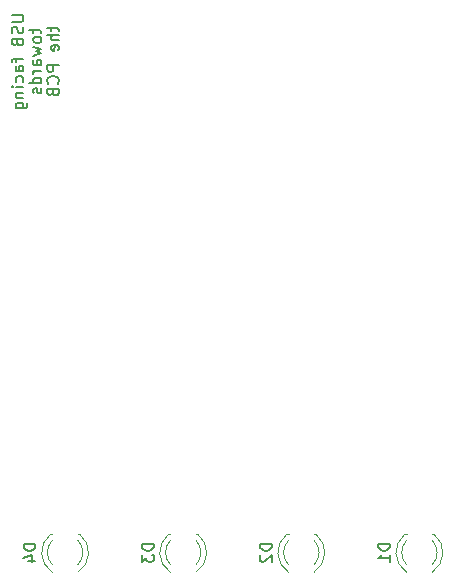
<source format=gbr>
G04 #@! TF.GenerationSoftware,KiCad,Pcbnew,(5.1.6-0-10_14)*
G04 #@! TF.CreationDate,2020-06-12T13:27:27+08:00*
G04 #@! TF.ProjectId,Kinesis,4b696e65-7369-4732-9e6b-696361645f70,rev?*
G04 #@! TF.SameCoordinates,Original*
G04 #@! TF.FileFunction,Legend,Bot*
G04 #@! TF.FilePolarity,Positive*
%FSLAX46Y46*%
G04 Gerber Fmt 4.6, Leading zero omitted, Abs format (unit mm)*
G04 Created by KiCad (PCBNEW (5.1.6-0-10_14)) date 2020-06-12 13:27:27*
%MOMM*%
%LPD*%
G01*
G04 APERTURE LIST*
%ADD10C,0.120000*%
%ADD11C,0.150000*%
G04 APERTURE END LIST*
D10*
X133764000Y-113060000D02*
X133920000Y-113060000D01*
X136080000Y-113060000D02*
X136236000Y-113060000D01*
X136079837Y-115661130D02*
G75*
G03*
X136080000Y-113579039I-1079837J1041130D01*
G01*
X133920163Y-115661130D02*
G75*
G02*
X133920000Y-113579039I1079837J1041130D01*
G01*
X136078608Y-116292335D02*
G75*
G03*
X136235516Y-113060000I-1078608J1672335D01*
G01*
X133921392Y-116292335D02*
G75*
G02*
X133764484Y-113060000I1078608J1672335D01*
G01*
X146080000Y-113060000D02*
X146236000Y-113060000D01*
X143764000Y-113060000D02*
X143920000Y-113060000D01*
X143921392Y-116292335D02*
G75*
G02*
X143764484Y-113060000I1078608J1672335D01*
G01*
X146078608Y-116292335D02*
G75*
G03*
X146235516Y-113060000I-1078608J1672335D01*
G01*
X143920163Y-115661130D02*
G75*
G02*
X143920000Y-113579039I1079837J1041130D01*
G01*
X146079837Y-115661130D02*
G75*
G03*
X146080000Y-113579039I-1079837J1041130D01*
G01*
X153764000Y-113060000D02*
X153920000Y-113060000D01*
X156080000Y-113060000D02*
X156236000Y-113060000D01*
X156079837Y-115661130D02*
G75*
G03*
X156080000Y-113579039I-1079837J1041130D01*
G01*
X153920163Y-115661130D02*
G75*
G02*
X153920000Y-113579039I1079837J1041130D01*
G01*
X156078608Y-116292335D02*
G75*
G03*
X156235516Y-113060000I-1078608J1672335D01*
G01*
X153921392Y-116292335D02*
G75*
G02*
X153764484Y-113060000I1078608J1672335D01*
G01*
X163764000Y-113060000D02*
X163920000Y-113060000D01*
X166080000Y-113060000D02*
X166236000Y-113060000D01*
X166079837Y-115661130D02*
G75*
G03*
X166080000Y-113579039I-1079837J1041130D01*
G01*
X163920163Y-115661130D02*
G75*
G02*
X163920000Y-113579039I1079837J1041130D01*
G01*
X166078608Y-116292335D02*
G75*
G03*
X166235516Y-113060000I-1078608J1672335D01*
G01*
X163921392Y-116292335D02*
G75*
G02*
X163764484Y-113060000I1078608J1672335D01*
G01*
D11*
X130472380Y-69097619D02*
X131281904Y-69097619D01*
X131377142Y-69145238D01*
X131424761Y-69192857D01*
X131472380Y-69288095D01*
X131472380Y-69478571D01*
X131424761Y-69573809D01*
X131377142Y-69621428D01*
X131281904Y-69669047D01*
X130472380Y-69669047D01*
X131424761Y-70097619D02*
X131472380Y-70240476D01*
X131472380Y-70478571D01*
X131424761Y-70573809D01*
X131377142Y-70621428D01*
X131281904Y-70669047D01*
X131186666Y-70669047D01*
X131091428Y-70621428D01*
X131043809Y-70573809D01*
X130996190Y-70478571D01*
X130948571Y-70288095D01*
X130900952Y-70192857D01*
X130853333Y-70145238D01*
X130758095Y-70097619D01*
X130662857Y-70097619D01*
X130567619Y-70145238D01*
X130520000Y-70192857D01*
X130472380Y-70288095D01*
X130472380Y-70526190D01*
X130520000Y-70669047D01*
X130948571Y-71430952D02*
X130996190Y-71573809D01*
X131043809Y-71621428D01*
X131139047Y-71669047D01*
X131281904Y-71669047D01*
X131377142Y-71621428D01*
X131424761Y-71573809D01*
X131472380Y-71478571D01*
X131472380Y-71097619D01*
X130472380Y-71097619D01*
X130472380Y-71430952D01*
X130520000Y-71526190D01*
X130567619Y-71573809D01*
X130662857Y-71621428D01*
X130758095Y-71621428D01*
X130853333Y-71573809D01*
X130900952Y-71526190D01*
X130948571Y-71430952D01*
X130948571Y-71097619D01*
X130805714Y-72716666D02*
X130805714Y-73097619D01*
X131472380Y-72859523D02*
X130615238Y-72859523D01*
X130520000Y-72907142D01*
X130472380Y-73002380D01*
X130472380Y-73097619D01*
X131472380Y-73859523D02*
X130948571Y-73859523D01*
X130853333Y-73811904D01*
X130805714Y-73716666D01*
X130805714Y-73526190D01*
X130853333Y-73430952D01*
X131424761Y-73859523D02*
X131472380Y-73764285D01*
X131472380Y-73526190D01*
X131424761Y-73430952D01*
X131329523Y-73383333D01*
X131234285Y-73383333D01*
X131139047Y-73430952D01*
X131091428Y-73526190D01*
X131091428Y-73764285D01*
X131043809Y-73859523D01*
X131424761Y-74764285D02*
X131472380Y-74669047D01*
X131472380Y-74478571D01*
X131424761Y-74383333D01*
X131377142Y-74335714D01*
X131281904Y-74288095D01*
X130996190Y-74288095D01*
X130900952Y-74335714D01*
X130853333Y-74383333D01*
X130805714Y-74478571D01*
X130805714Y-74669047D01*
X130853333Y-74764285D01*
X131472380Y-75192857D02*
X130805714Y-75192857D01*
X130472380Y-75192857D02*
X130520000Y-75145238D01*
X130567619Y-75192857D01*
X130520000Y-75240476D01*
X130472380Y-75192857D01*
X130567619Y-75192857D01*
X130805714Y-75669047D02*
X131472380Y-75669047D01*
X130900952Y-75669047D02*
X130853333Y-75716666D01*
X130805714Y-75811904D01*
X130805714Y-75954761D01*
X130853333Y-76050000D01*
X130948571Y-76097619D01*
X131472380Y-76097619D01*
X130805714Y-77002380D02*
X131615238Y-77002380D01*
X131710476Y-76954761D01*
X131758095Y-76907142D01*
X131805714Y-76811904D01*
X131805714Y-76669047D01*
X131758095Y-76573809D01*
X131424761Y-77002380D02*
X131472380Y-76907142D01*
X131472380Y-76716666D01*
X131424761Y-76621428D01*
X131377142Y-76573809D01*
X131281904Y-76526190D01*
X130996190Y-76526190D01*
X130900952Y-76573809D01*
X130853333Y-76621428D01*
X130805714Y-76716666D01*
X130805714Y-76907142D01*
X130853333Y-77002380D01*
X132305714Y-70264285D02*
X132305714Y-70645238D01*
X131972380Y-70407142D02*
X132829523Y-70407142D01*
X132924761Y-70454761D01*
X132972380Y-70550000D01*
X132972380Y-70645238D01*
X132972380Y-71121428D02*
X132924761Y-71026190D01*
X132877142Y-70978571D01*
X132781904Y-70930952D01*
X132496190Y-70930952D01*
X132400952Y-70978571D01*
X132353333Y-71026190D01*
X132305714Y-71121428D01*
X132305714Y-71264285D01*
X132353333Y-71359523D01*
X132400952Y-71407142D01*
X132496190Y-71454761D01*
X132781904Y-71454761D01*
X132877142Y-71407142D01*
X132924761Y-71359523D01*
X132972380Y-71264285D01*
X132972380Y-71121428D01*
X132305714Y-71788095D02*
X132972380Y-71978571D01*
X132496190Y-72169047D01*
X132972380Y-72359523D01*
X132305714Y-72550000D01*
X132972380Y-73359523D02*
X132448571Y-73359523D01*
X132353333Y-73311904D01*
X132305714Y-73216666D01*
X132305714Y-73026190D01*
X132353333Y-72930952D01*
X132924761Y-73359523D02*
X132972380Y-73264285D01*
X132972380Y-73026190D01*
X132924761Y-72930952D01*
X132829523Y-72883333D01*
X132734285Y-72883333D01*
X132639047Y-72930952D01*
X132591428Y-73026190D01*
X132591428Y-73264285D01*
X132543809Y-73359523D01*
X132972380Y-73835714D02*
X132305714Y-73835714D01*
X132496190Y-73835714D02*
X132400952Y-73883333D01*
X132353333Y-73930952D01*
X132305714Y-74026190D01*
X132305714Y-74121428D01*
X132972380Y-74883333D02*
X131972380Y-74883333D01*
X132924761Y-74883333D02*
X132972380Y-74788095D01*
X132972380Y-74597619D01*
X132924761Y-74502380D01*
X132877142Y-74454761D01*
X132781904Y-74407142D01*
X132496190Y-74407142D01*
X132400952Y-74454761D01*
X132353333Y-74502380D01*
X132305714Y-74597619D01*
X132305714Y-74788095D01*
X132353333Y-74883333D01*
X132924761Y-75311904D02*
X132972380Y-75407142D01*
X132972380Y-75597619D01*
X132924761Y-75692857D01*
X132829523Y-75740476D01*
X132781904Y-75740476D01*
X132686666Y-75692857D01*
X132639047Y-75597619D01*
X132639047Y-75454761D01*
X132591428Y-75359523D01*
X132496190Y-75311904D01*
X132448571Y-75311904D01*
X132353333Y-75359523D01*
X132305714Y-75454761D01*
X132305714Y-75597619D01*
X132353333Y-75692857D01*
X133805714Y-70097619D02*
X133805714Y-70478571D01*
X133472380Y-70240476D02*
X134329523Y-70240476D01*
X134424761Y-70288095D01*
X134472380Y-70383333D01*
X134472380Y-70478571D01*
X134472380Y-70811904D02*
X133472380Y-70811904D01*
X134472380Y-71240476D02*
X133948571Y-71240476D01*
X133853333Y-71192857D01*
X133805714Y-71097619D01*
X133805714Y-70954761D01*
X133853333Y-70859523D01*
X133900952Y-70811904D01*
X134424761Y-72097619D02*
X134472380Y-72002380D01*
X134472380Y-71811904D01*
X134424761Y-71716666D01*
X134329523Y-71669047D01*
X133948571Y-71669047D01*
X133853333Y-71716666D01*
X133805714Y-71811904D01*
X133805714Y-72002380D01*
X133853333Y-72097619D01*
X133948571Y-72145238D01*
X134043809Y-72145238D01*
X134139047Y-71669047D01*
X134472380Y-73335714D02*
X133472380Y-73335714D01*
X133472380Y-73716666D01*
X133520000Y-73811904D01*
X133567619Y-73859523D01*
X133662857Y-73907142D01*
X133805714Y-73907142D01*
X133900952Y-73859523D01*
X133948571Y-73811904D01*
X133996190Y-73716666D01*
X133996190Y-73335714D01*
X134377142Y-74907142D02*
X134424761Y-74859523D01*
X134472380Y-74716666D01*
X134472380Y-74621428D01*
X134424761Y-74478571D01*
X134329523Y-74383333D01*
X134234285Y-74335714D01*
X134043809Y-74288095D01*
X133900952Y-74288095D01*
X133710476Y-74335714D01*
X133615238Y-74383333D01*
X133520000Y-74478571D01*
X133472380Y-74621428D01*
X133472380Y-74716666D01*
X133520000Y-74859523D01*
X133567619Y-74907142D01*
X133948571Y-75669047D02*
X133996190Y-75811904D01*
X134043809Y-75859523D01*
X134139047Y-75907142D01*
X134281904Y-75907142D01*
X134377142Y-75859523D01*
X134424761Y-75811904D01*
X134472380Y-75716666D01*
X134472380Y-75335714D01*
X133472380Y-75335714D01*
X133472380Y-75669047D01*
X133520000Y-75764285D01*
X133567619Y-75811904D01*
X133662857Y-75859523D01*
X133758095Y-75859523D01*
X133853333Y-75811904D01*
X133900952Y-75764285D01*
X133948571Y-75669047D01*
X133948571Y-75335714D01*
X132492380Y-113881904D02*
X131492380Y-113881904D01*
X131492380Y-114120000D01*
X131540000Y-114262857D01*
X131635238Y-114358095D01*
X131730476Y-114405714D01*
X131920952Y-114453333D01*
X132063809Y-114453333D01*
X132254285Y-114405714D01*
X132349523Y-114358095D01*
X132444761Y-114262857D01*
X132492380Y-114120000D01*
X132492380Y-113881904D01*
X131825714Y-115310476D02*
X132492380Y-115310476D01*
X131444761Y-115072380D02*
X132159047Y-114834285D01*
X132159047Y-115453333D01*
X142492380Y-113881904D02*
X141492380Y-113881904D01*
X141492380Y-114120000D01*
X141540000Y-114262857D01*
X141635238Y-114358095D01*
X141730476Y-114405714D01*
X141920952Y-114453333D01*
X142063809Y-114453333D01*
X142254285Y-114405714D01*
X142349523Y-114358095D01*
X142444761Y-114262857D01*
X142492380Y-114120000D01*
X142492380Y-113881904D01*
X141492380Y-114786666D02*
X141492380Y-115405714D01*
X141873333Y-115072380D01*
X141873333Y-115215238D01*
X141920952Y-115310476D01*
X141968571Y-115358095D01*
X142063809Y-115405714D01*
X142301904Y-115405714D01*
X142397142Y-115358095D01*
X142444761Y-115310476D01*
X142492380Y-115215238D01*
X142492380Y-114929523D01*
X142444761Y-114834285D01*
X142397142Y-114786666D01*
X152492380Y-113881904D02*
X151492380Y-113881904D01*
X151492380Y-114120000D01*
X151540000Y-114262857D01*
X151635238Y-114358095D01*
X151730476Y-114405714D01*
X151920952Y-114453333D01*
X152063809Y-114453333D01*
X152254285Y-114405714D01*
X152349523Y-114358095D01*
X152444761Y-114262857D01*
X152492380Y-114120000D01*
X152492380Y-113881904D01*
X151587619Y-114834285D02*
X151540000Y-114881904D01*
X151492380Y-114977142D01*
X151492380Y-115215238D01*
X151540000Y-115310476D01*
X151587619Y-115358095D01*
X151682857Y-115405714D01*
X151778095Y-115405714D01*
X151920952Y-115358095D01*
X152492380Y-114786666D01*
X152492380Y-115405714D01*
X162492380Y-113881904D02*
X161492380Y-113881904D01*
X161492380Y-114120000D01*
X161540000Y-114262857D01*
X161635238Y-114358095D01*
X161730476Y-114405714D01*
X161920952Y-114453333D01*
X162063809Y-114453333D01*
X162254285Y-114405714D01*
X162349523Y-114358095D01*
X162444761Y-114262857D01*
X162492380Y-114120000D01*
X162492380Y-113881904D01*
X162492380Y-115405714D02*
X162492380Y-114834285D01*
X162492380Y-115120000D02*
X161492380Y-115120000D01*
X161635238Y-115024761D01*
X161730476Y-114929523D01*
X161778095Y-114834285D01*
M02*

</source>
